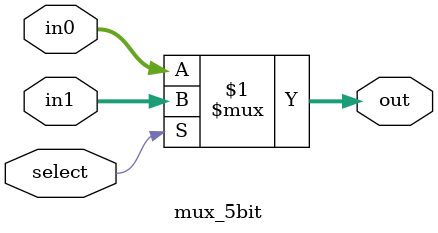
<source format=v>
module mux_5bit(out, select, in0, in1);
    input select;
    input [4:0] in0, in1;
    output [4:0] out;
    assign out = select ? in1 : in0;
endmodule
</source>
